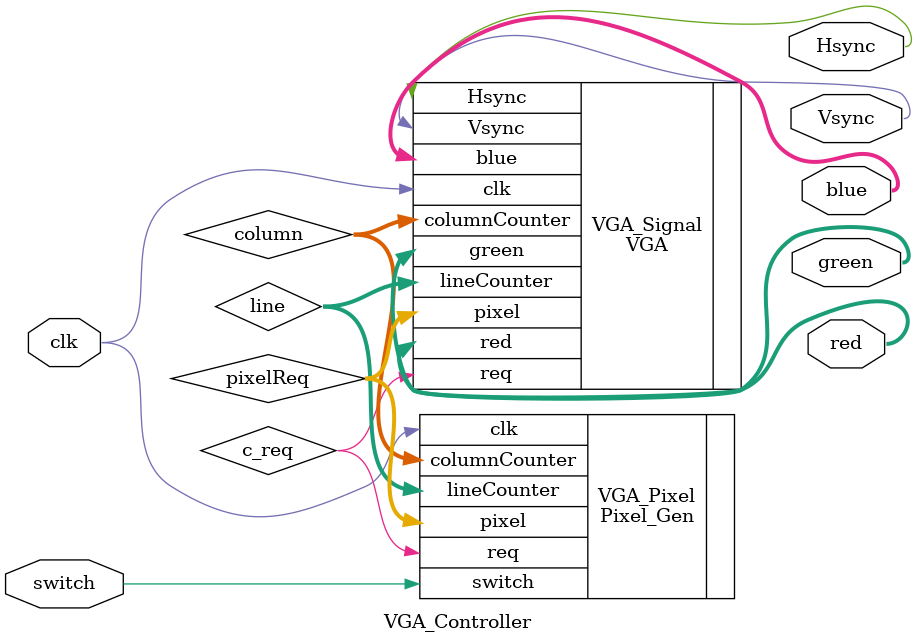
<source format=v>
`timescale 1ns / 1ps
module VGA_Controller(
input clk,
input switch, 
output Hsync,
output Vsync,
output [2:0] red,
output [2:0] green,
output [1:0] blue
);

wire [7:0] pixelReq;

wire c_req;

wire [9:0] line;
wire [9:0] column;

 
VGA VGA_Signal(.clk(clk), .pixel(pixelReq) ,.Hsync(Hsync), .Vsync(Vsync),
.red(red), .green(green), .blue(blue), .columnCounter(column), .lineCounter(line),.req(c_req));

Pixel_Gen VGA_Pixel(.clk(clk), .switch(switch), .columnCounter(column), .lineCounter(line), .pixel(pixelReq), .req(c_req));

endmodule

</source>
